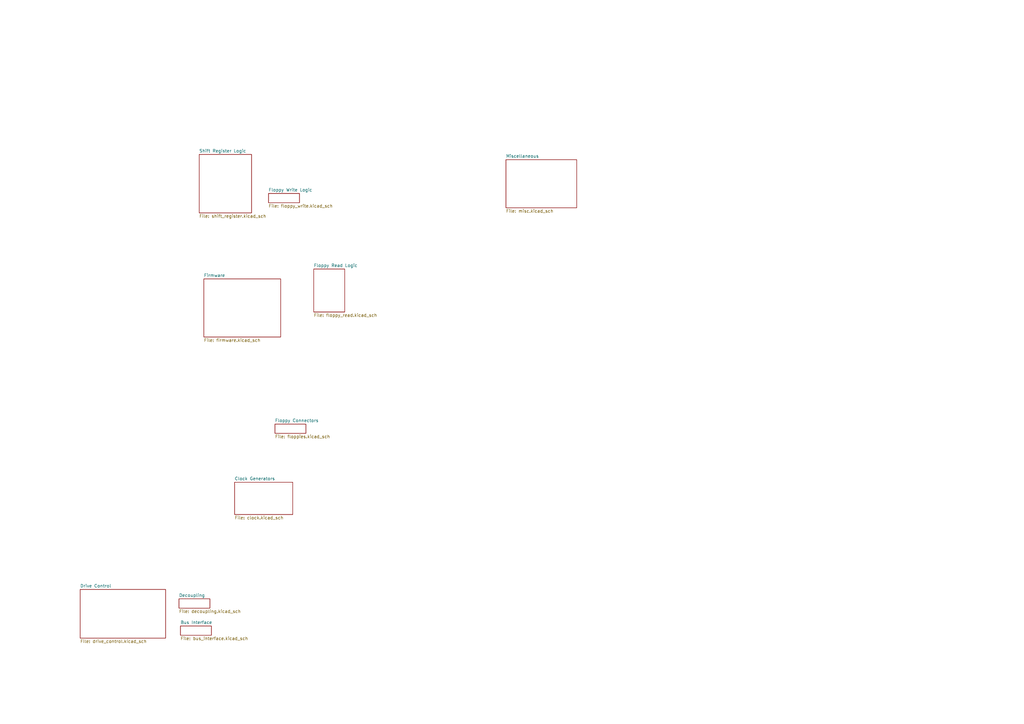
<source format=kicad_sch>
(kicad_sch (version 20230121) (generator eeschema)
  (paper "A3")
  (title_block (title "Weyoun") (date "2023-08-25") (rev "3") (company "RyuCats"))
  (lib_symbols)
  (sheet (at 112.776 173.9392) (size 12.7 3.81) (stroke (width 0.1524))
    (property "Sheetname" "Floppy Connectors" (at 112.776 173.2276 0) (effects (justify left bottom)))
    (property "Sheetfile" "floppies.kicad_sch" (at 112.776 178.3338 0) (effects (justify left top)))
  )
  (sheet (at 110.1344 79.3496) (size 12.7 3.81) (stroke (width 0.1524))
    (property "Sheetname" "Floppy Write Logic" (at 110.1344 78.638 0) (effects (justify left bottom)))
    (property "Sheetfile" "floppy_write.kicad_sch" (at 110.1344 83.7442 0) (effects (justify left top)))
  )
  (sheet (at 81.6864 63.3476) (size 21.4884 23.9776) (stroke (width 0.1524))
    (property "Sheetname" "Shift Register Logic" (at 81.6864 62.636 0) (effects (justify left bottom)))
    (property "Sheetfile" "shift_register.kicad_sch" (at 81.6864 87.9098 0) (effects (justify left top)))
  )
  (sheet (at 32.8676 241.7572) (size 35.052 19.9644) (stroke (width 0.1524))
    (property "Sheetname" "Drive Control" (at 32.8676 241.0456 0) (effects (justify left bottom)))
    (property "Sheetfile" "drive_control.kicad_sch" (at 32.8676 262.3062 0) (effects (justify left top)))
  )
  (sheet (at 73.406 245.618) (size 12.7 3.81) (stroke (width 0.1524))
    (property "Sheetname" "Decoupling" (at 73.406 244.9064 0) (effects (justify left bottom)))
    (property "Sheetfile" "decoupling.kicad_sch" (at 73.406 250.0126 0) (effects (justify left top)))
  )
  (sheet (at 83.6168 114.4016) (size 31.496 23.8252) (stroke (width 0.1524))
    (property "Sheetname" "Firmware" (at 83.6168 113.69 0) (effects (justify left bottom)))
    (property "Sheetfile" "firmware.kicad_sch" (at 83.6168 138.8114 0) (effects (justify left top)))
  )
  (sheet (at 96.2152 197.7644) (size 23.876 13.2588) (stroke (width 0.1524))
    (property "Sheetname" "Clock Generators" (at 96.2152 197.0528 0) (effects (justify left bottom)))
    (property "Sheetfile" "clock.kicad_sch" (at 96.2152 211.6078 0) (effects (justify left top)))
  )
  (sheet (at 128.6764 110.3376) (size 12.7 17.6276) (stroke (width 0.1524))
    (property "Sheetname" "Floppy Read Logic" (at 128.6764 109.626 0) (effects (justify left bottom)))
    (property "Sheetfile" "floppy_read.kicad_sch" (at 128.6764 128.5498 0) (effects (justify left top)))
  )
  (sheet (at 74.0156 256.7432) (size 12.7 3.81) (stroke (width 0.1524))
    (property "Sheetname" "Bus Interface" (at 74.0156 256.0316 0) (effects (justify left bottom)))
    (property "Sheetfile" "bus_interface.kicad_sch" (at 74.0156 261.1378 0) (effects (justify left top)))
  )
  (sheet (at 207.518 65.4812) (size 29.0068 19.7612) (stroke (width 0.1524))
    (property "Sheetname" "Miscellaneous" (at 207.518 64.7696 0) (effects (justify left bottom)))
    (property "Sheetfile" "misc.kicad_sch" (at 207.518 85.827 0) (effects (justify left top)))
  )
)
</source>
